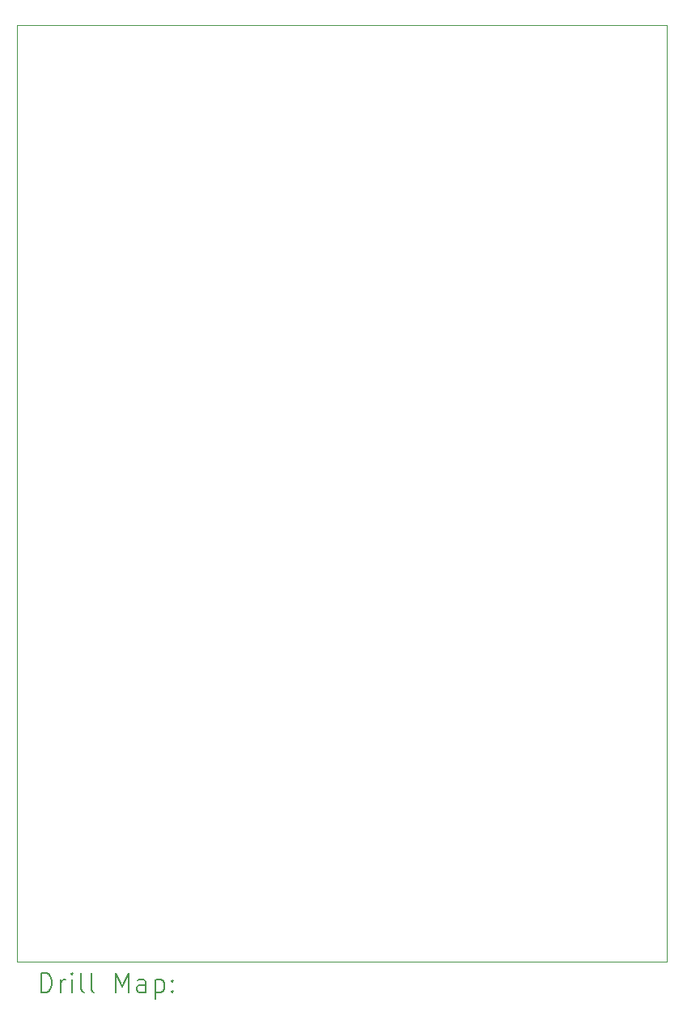
<source format=gbr>
%TF.GenerationSoftware,KiCad,Pcbnew,7.0.5*%
%TF.CreationDate,2023-06-21T07:23:59-05:00*%
%TF.ProjectId,pcbpai,70636270-6169-42e6-9b69-6361645f7063,rev?*%
%TF.SameCoordinates,Original*%
%TF.FileFunction,Drillmap*%
%TF.FilePolarity,Positive*%
%FSLAX45Y45*%
G04 Gerber Fmt 4.5, Leading zero omitted, Abs format (unit mm)*
G04 Created by KiCad (PCBNEW 7.0.5) date 2023-06-21 07:23:59*
%MOMM*%
%LPD*%
G01*
G04 APERTURE LIST*
%ADD10C,0.100000*%
%ADD11C,0.200000*%
G04 APERTURE END LIST*
D10*
X11000000Y-4400000D02*
X17800000Y-4400000D01*
X17800000Y-14200000D01*
X11000000Y-14200000D01*
X11000000Y-4400000D01*
D11*
X11255777Y-14516484D02*
X11255777Y-14316484D01*
X11255777Y-14316484D02*
X11303396Y-14316484D01*
X11303396Y-14316484D02*
X11331967Y-14326008D01*
X11331967Y-14326008D02*
X11351015Y-14345055D01*
X11351015Y-14345055D02*
X11360539Y-14364103D01*
X11360539Y-14364103D02*
X11370062Y-14402198D01*
X11370062Y-14402198D02*
X11370062Y-14430769D01*
X11370062Y-14430769D02*
X11360539Y-14468865D01*
X11360539Y-14468865D02*
X11351015Y-14487912D01*
X11351015Y-14487912D02*
X11331967Y-14506960D01*
X11331967Y-14506960D02*
X11303396Y-14516484D01*
X11303396Y-14516484D02*
X11255777Y-14516484D01*
X11455777Y-14516484D02*
X11455777Y-14383150D01*
X11455777Y-14421246D02*
X11465301Y-14402198D01*
X11465301Y-14402198D02*
X11474824Y-14392674D01*
X11474824Y-14392674D02*
X11493872Y-14383150D01*
X11493872Y-14383150D02*
X11512920Y-14383150D01*
X11579586Y-14516484D02*
X11579586Y-14383150D01*
X11579586Y-14316484D02*
X11570062Y-14326008D01*
X11570062Y-14326008D02*
X11579586Y-14335531D01*
X11579586Y-14335531D02*
X11589110Y-14326008D01*
X11589110Y-14326008D02*
X11579586Y-14316484D01*
X11579586Y-14316484D02*
X11579586Y-14335531D01*
X11703396Y-14516484D02*
X11684348Y-14506960D01*
X11684348Y-14506960D02*
X11674824Y-14487912D01*
X11674824Y-14487912D02*
X11674824Y-14316484D01*
X11808158Y-14516484D02*
X11789110Y-14506960D01*
X11789110Y-14506960D02*
X11779586Y-14487912D01*
X11779586Y-14487912D02*
X11779586Y-14316484D01*
X12036729Y-14516484D02*
X12036729Y-14316484D01*
X12036729Y-14316484D02*
X12103396Y-14459341D01*
X12103396Y-14459341D02*
X12170062Y-14316484D01*
X12170062Y-14316484D02*
X12170062Y-14516484D01*
X12351015Y-14516484D02*
X12351015Y-14411722D01*
X12351015Y-14411722D02*
X12341491Y-14392674D01*
X12341491Y-14392674D02*
X12322443Y-14383150D01*
X12322443Y-14383150D02*
X12284348Y-14383150D01*
X12284348Y-14383150D02*
X12265301Y-14392674D01*
X12351015Y-14506960D02*
X12331967Y-14516484D01*
X12331967Y-14516484D02*
X12284348Y-14516484D01*
X12284348Y-14516484D02*
X12265301Y-14506960D01*
X12265301Y-14506960D02*
X12255777Y-14487912D01*
X12255777Y-14487912D02*
X12255777Y-14468865D01*
X12255777Y-14468865D02*
X12265301Y-14449817D01*
X12265301Y-14449817D02*
X12284348Y-14440293D01*
X12284348Y-14440293D02*
X12331967Y-14440293D01*
X12331967Y-14440293D02*
X12351015Y-14430769D01*
X12446253Y-14383150D02*
X12446253Y-14583150D01*
X12446253Y-14392674D02*
X12465301Y-14383150D01*
X12465301Y-14383150D02*
X12503396Y-14383150D01*
X12503396Y-14383150D02*
X12522443Y-14392674D01*
X12522443Y-14392674D02*
X12531967Y-14402198D01*
X12531967Y-14402198D02*
X12541491Y-14421246D01*
X12541491Y-14421246D02*
X12541491Y-14478388D01*
X12541491Y-14478388D02*
X12531967Y-14497436D01*
X12531967Y-14497436D02*
X12522443Y-14506960D01*
X12522443Y-14506960D02*
X12503396Y-14516484D01*
X12503396Y-14516484D02*
X12465301Y-14516484D01*
X12465301Y-14516484D02*
X12446253Y-14506960D01*
X12627205Y-14497436D02*
X12636729Y-14506960D01*
X12636729Y-14506960D02*
X12627205Y-14516484D01*
X12627205Y-14516484D02*
X12617682Y-14506960D01*
X12617682Y-14506960D02*
X12627205Y-14497436D01*
X12627205Y-14497436D02*
X12627205Y-14516484D01*
X12627205Y-14392674D02*
X12636729Y-14402198D01*
X12636729Y-14402198D02*
X12627205Y-14411722D01*
X12627205Y-14411722D02*
X12617682Y-14402198D01*
X12617682Y-14402198D02*
X12627205Y-14392674D01*
X12627205Y-14392674D02*
X12627205Y-14411722D01*
M02*

</source>
